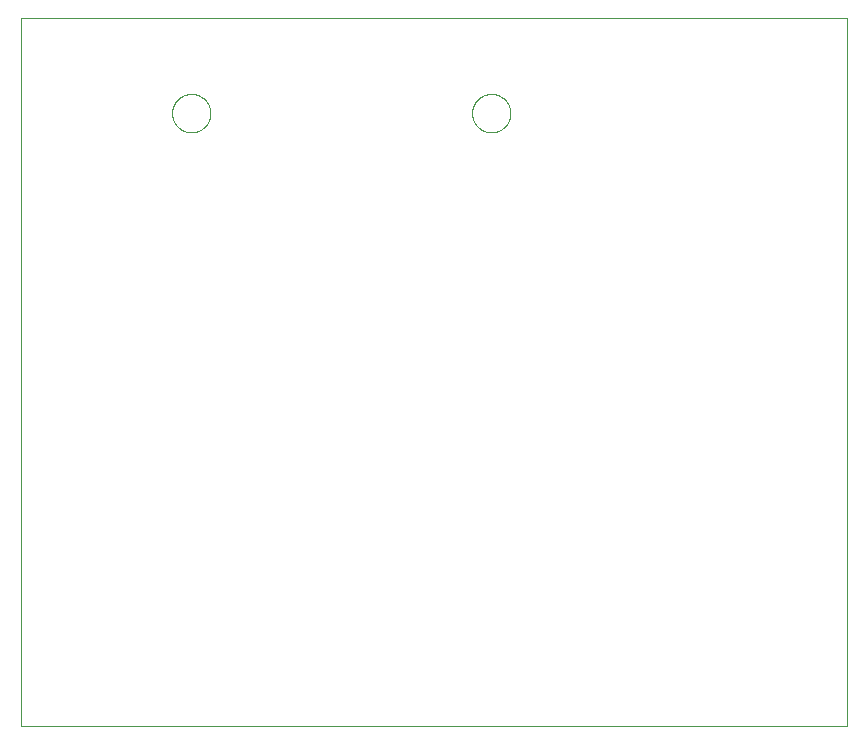
<source format=gbo>
G75*
%MOIN*%
%OFA0B0*%
%FSLAX25Y25*%
%IPPOS*%
%LPD*%
%AMOC8*
5,1,8,0,0,1.08239X$1,22.5*
%
%ADD10C,0.00000*%
D10*
X0001800Y0001800D02*
X0001800Y0238020D01*
X0277391Y0238020D01*
X0277391Y0001800D01*
X0001800Y0001800D01*
X0052270Y0206170D02*
X0052272Y0206330D01*
X0052278Y0206489D01*
X0052288Y0206648D01*
X0052302Y0206807D01*
X0052320Y0206966D01*
X0052341Y0207124D01*
X0052367Y0207281D01*
X0052397Y0207438D01*
X0052430Y0207594D01*
X0052468Y0207749D01*
X0052509Y0207903D01*
X0052554Y0208056D01*
X0052603Y0208208D01*
X0052656Y0208359D01*
X0052712Y0208508D01*
X0052773Y0208656D01*
X0052836Y0208802D01*
X0052904Y0208947D01*
X0052975Y0209090D01*
X0053049Y0209231D01*
X0053127Y0209370D01*
X0053209Y0209507D01*
X0053294Y0209642D01*
X0053382Y0209775D01*
X0053474Y0209906D01*
X0053568Y0210034D01*
X0053666Y0210160D01*
X0053767Y0210284D01*
X0053871Y0210405D01*
X0053978Y0210523D01*
X0054088Y0210639D01*
X0054201Y0210752D01*
X0054317Y0210862D01*
X0054435Y0210969D01*
X0054556Y0211073D01*
X0054680Y0211174D01*
X0054806Y0211272D01*
X0054934Y0211366D01*
X0055065Y0211458D01*
X0055198Y0211546D01*
X0055333Y0211631D01*
X0055470Y0211713D01*
X0055609Y0211791D01*
X0055750Y0211865D01*
X0055893Y0211936D01*
X0056038Y0212004D01*
X0056184Y0212067D01*
X0056332Y0212128D01*
X0056481Y0212184D01*
X0056632Y0212237D01*
X0056784Y0212286D01*
X0056937Y0212331D01*
X0057091Y0212372D01*
X0057246Y0212410D01*
X0057402Y0212443D01*
X0057559Y0212473D01*
X0057716Y0212499D01*
X0057874Y0212520D01*
X0058033Y0212538D01*
X0058192Y0212552D01*
X0058351Y0212562D01*
X0058510Y0212568D01*
X0058670Y0212570D01*
X0058830Y0212568D01*
X0058989Y0212562D01*
X0059148Y0212552D01*
X0059307Y0212538D01*
X0059466Y0212520D01*
X0059624Y0212499D01*
X0059781Y0212473D01*
X0059938Y0212443D01*
X0060094Y0212410D01*
X0060249Y0212372D01*
X0060403Y0212331D01*
X0060556Y0212286D01*
X0060708Y0212237D01*
X0060859Y0212184D01*
X0061008Y0212128D01*
X0061156Y0212067D01*
X0061302Y0212004D01*
X0061447Y0211936D01*
X0061590Y0211865D01*
X0061731Y0211791D01*
X0061870Y0211713D01*
X0062007Y0211631D01*
X0062142Y0211546D01*
X0062275Y0211458D01*
X0062406Y0211366D01*
X0062534Y0211272D01*
X0062660Y0211174D01*
X0062784Y0211073D01*
X0062905Y0210969D01*
X0063023Y0210862D01*
X0063139Y0210752D01*
X0063252Y0210639D01*
X0063362Y0210523D01*
X0063469Y0210405D01*
X0063573Y0210284D01*
X0063674Y0210160D01*
X0063772Y0210034D01*
X0063866Y0209906D01*
X0063958Y0209775D01*
X0064046Y0209642D01*
X0064131Y0209507D01*
X0064213Y0209370D01*
X0064291Y0209231D01*
X0064365Y0209090D01*
X0064436Y0208947D01*
X0064504Y0208802D01*
X0064567Y0208656D01*
X0064628Y0208508D01*
X0064684Y0208359D01*
X0064737Y0208208D01*
X0064786Y0208056D01*
X0064831Y0207903D01*
X0064872Y0207749D01*
X0064910Y0207594D01*
X0064943Y0207438D01*
X0064973Y0207281D01*
X0064999Y0207124D01*
X0065020Y0206966D01*
X0065038Y0206807D01*
X0065052Y0206648D01*
X0065062Y0206489D01*
X0065068Y0206330D01*
X0065070Y0206170D01*
X0065068Y0206010D01*
X0065062Y0205851D01*
X0065052Y0205692D01*
X0065038Y0205533D01*
X0065020Y0205374D01*
X0064999Y0205216D01*
X0064973Y0205059D01*
X0064943Y0204902D01*
X0064910Y0204746D01*
X0064872Y0204591D01*
X0064831Y0204437D01*
X0064786Y0204284D01*
X0064737Y0204132D01*
X0064684Y0203981D01*
X0064628Y0203832D01*
X0064567Y0203684D01*
X0064504Y0203538D01*
X0064436Y0203393D01*
X0064365Y0203250D01*
X0064291Y0203109D01*
X0064213Y0202970D01*
X0064131Y0202833D01*
X0064046Y0202698D01*
X0063958Y0202565D01*
X0063866Y0202434D01*
X0063772Y0202306D01*
X0063674Y0202180D01*
X0063573Y0202056D01*
X0063469Y0201935D01*
X0063362Y0201817D01*
X0063252Y0201701D01*
X0063139Y0201588D01*
X0063023Y0201478D01*
X0062905Y0201371D01*
X0062784Y0201267D01*
X0062660Y0201166D01*
X0062534Y0201068D01*
X0062406Y0200974D01*
X0062275Y0200882D01*
X0062142Y0200794D01*
X0062007Y0200709D01*
X0061870Y0200627D01*
X0061731Y0200549D01*
X0061590Y0200475D01*
X0061447Y0200404D01*
X0061302Y0200336D01*
X0061156Y0200273D01*
X0061008Y0200212D01*
X0060859Y0200156D01*
X0060708Y0200103D01*
X0060556Y0200054D01*
X0060403Y0200009D01*
X0060249Y0199968D01*
X0060094Y0199930D01*
X0059938Y0199897D01*
X0059781Y0199867D01*
X0059624Y0199841D01*
X0059466Y0199820D01*
X0059307Y0199802D01*
X0059148Y0199788D01*
X0058989Y0199778D01*
X0058830Y0199772D01*
X0058670Y0199770D01*
X0058510Y0199772D01*
X0058351Y0199778D01*
X0058192Y0199788D01*
X0058033Y0199802D01*
X0057874Y0199820D01*
X0057716Y0199841D01*
X0057559Y0199867D01*
X0057402Y0199897D01*
X0057246Y0199930D01*
X0057091Y0199968D01*
X0056937Y0200009D01*
X0056784Y0200054D01*
X0056632Y0200103D01*
X0056481Y0200156D01*
X0056332Y0200212D01*
X0056184Y0200273D01*
X0056038Y0200336D01*
X0055893Y0200404D01*
X0055750Y0200475D01*
X0055609Y0200549D01*
X0055470Y0200627D01*
X0055333Y0200709D01*
X0055198Y0200794D01*
X0055065Y0200882D01*
X0054934Y0200974D01*
X0054806Y0201068D01*
X0054680Y0201166D01*
X0054556Y0201267D01*
X0054435Y0201371D01*
X0054317Y0201478D01*
X0054201Y0201588D01*
X0054088Y0201701D01*
X0053978Y0201817D01*
X0053871Y0201935D01*
X0053767Y0202056D01*
X0053666Y0202180D01*
X0053568Y0202306D01*
X0053474Y0202434D01*
X0053382Y0202565D01*
X0053294Y0202698D01*
X0053209Y0202833D01*
X0053127Y0202970D01*
X0053049Y0203109D01*
X0052975Y0203250D01*
X0052904Y0203393D01*
X0052836Y0203538D01*
X0052773Y0203684D01*
X0052712Y0203832D01*
X0052656Y0203981D01*
X0052603Y0204132D01*
X0052554Y0204284D01*
X0052509Y0204437D01*
X0052468Y0204591D01*
X0052430Y0204746D01*
X0052397Y0204902D01*
X0052367Y0205059D01*
X0052341Y0205216D01*
X0052320Y0205374D01*
X0052302Y0205533D01*
X0052288Y0205692D01*
X0052278Y0205851D01*
X0052272Y0206010D01*
X0052270Y0206170D01*
X0152270Y0206170D02*
X0152272Y0206330D01*
X0152278Y0206489D01*
X0152288Y0206648D01*
X0152302Y0206807D01*
X0152320Y0206966D01*
X0152341Y0207124D01*
X0152367Y0207281D01*
X0152397Y0207438D01*
X0152430Y0207594D01*
X0152468Y0207749D01*
X0152509Y0207903D01*
X0152554Y0208056D01*
X0152603Y0208208D01*
X0152656Y0208359D01*
X0152712Y0208508D01*
X0152773Y0208656D01*
X0152836Y0208802D01*
X0152904Y0208947D01*
X0152975Y0209090D01*
X0153049Y0209231D01*
X0153127Y0209370D01*
X0153209Y0209507D01*
X0153294Y0209642D01*
X0153382Y0209775D01*
X0153474Y0209906D01*
X0153568Y0210034D01*
X0153666Y0210160D01*
X0153767Y0210284D01*
X0153871Y0210405D01*
X0153978Y0210523D01*
X0154088Y0210639D01*
X0154201Y0210752D01*
X0154317Y0210862D01*
X0154435Y0210969D01*
X0154556Y0211073D01*
X0154680Y0211174D01*
X0154806Y0211272D01*
X0154934Y0211366D01*
X0155065Y0211458D01*
X0155198Y0211546D01*
X0155333Y0211631D01*
X0155470Y0211713D01*
X0155609Y0211791D01*
X0155750Y0211865D01*
X0155893Y0211936D01*
X0156038Y0212004D01*
X0156184Y0212067D01*
X0156332Y0212128D01*
X0156481Y0212184D01*
X0156632Y0212237D01*
X0156784Y0212286D01*
X0156937Y0212331D01*
X0157091Y0212372D01*
X0157246Y0212410D01*
X0157402Y0212443D01*
X0157559Y0212473D01*
X0157716Y0212499D01*
X0157874Y0212520D01*
X0158033Y0212538D01*
X0158192Y0212552D01*
X0158351Y0212562D01*
X0158510Y0212568D01*
X0158670Y0212570D01*
X0158830Y0212568D01*
X0158989Y0212562D01*
X0159148Y0212552D01*
X0159307Y0212538D01*
X0159466Y0212520D01*
X0159624Y0212499D01*
X0159781Y0212473D01*
X0159938Y0212443D01*
X0160094Y0212410D01*
X0160249Y0212372D01*
X0160403Y0212331D01*
X0160556Y0212286D01*
X0160708Y0212237D01*
X0160859Y0212184D01*
X0161008Y0212128D01*
X0161156Y0212067D01*
X0161302Y0212004D01*
X0161447Y0211936D01*
X0161590Y0211865D01*
X0161731Y0211791D01*
X0161870Y0211713D01*
X0162007Y0211631D01*
X0162142Y0211546D01*
X0162275Y0211458D01*
X0162406Y0211366D01*
X0162534Y0211272D01*
X0162660Y0211174D01*
X0162784Y0211073D01*
X0162905Y0210969D01*
X0163023Y0210862D01*
X0163139Y0210752D01*
X0163252Y0210639D01*
X0163362Y0210523D01*
X0163469Y0210405D01*
X0163573Y0210284D01*
X0163674Y0210160D01*
X0163772Y0210034D01*
X0163866Y0209906D01*
X0163958Y0209775D01*
X0164046Y0209642D01*
X0164131Y0209507D01*
X0164213Y0209370D01*
X0164291Y0209231D01*
X0164365Y0209090D01*
X0164436Y0208947D01*
X0164504Y0208802D01*
X0164567Y0208656D01*
X0164628Y0208508D01*
X0164684Y0208359D01*
X0164737Y0208208D01*
X0164786Y0208056D01*
X0164831Y0207903D01*
X0164872Y0207749D01*
X0164910Y0207594D01*
X0164943Y0207438D01*
X0164973Y0207281D01*
X0164999Y0207124D01*
X0165020Y0206966D01*
X0165038Y0206807D01*
X0165052Y0206648D01*
X0165062Y0206489D01*
X0165068Y0206330D01*
X0165070Y0206170D01*
X0165068Y0206010D01*
X0165062Y0205851D01*
X0165052Y0205692D01*
X0165038Y0205533D01*
X0165020Y0205374D01*
X0164999Y0205216D01*
X0164973Y0205059D01*
X0164943Y0204902D01*
X0164910Y0204746D01*
X0164872Y0204591D01*
X0164831Y0204437D01*
X0164786Y0204284D01*
X0164737Y0204132D01*
X0164684Y0203981D01*
X0164628Y0203832D01*
X0164567Y0203684D01*
X0164504Y0203538D01*
X0164436Y0203393D01*
X0164365Y0203250D01*
X0164291Y0203109D01*
X0164213Y0202970D01*
X0164131Y0202833D01*
X0164046Y0202698D01*
X0163958Y0202565D01*
X0163866Y0202434D01*
X0163772Y0202306D01*
X0163674Y0202180D01*
X0163573Y0202056D01*
X0163469Y0201935D01*
X0163362Y0201817D01*
X0163252Y0201701D01*
X0163139Y0201588D01*
X0163023Y0201478D01*
X0162905Y0201371D01*
X0162784Y0201267D01*
X0162660Y0201166D01*
X0162534Y0201068D01*
X0162406Y0200974D01*
X0162275Y0200882D01*
X0162142Y0200794D01*
X0162007Y0200709D01*
X0161870Y0200627D01*
X0161731Y0200549D01*
X0161590Y0200475D01*
X0161447Y0200404D01*
X0161302Y0200336D01*
X0161156Y0200273D01*
X0161008Y0200212D01*
X0160859Y0200156D01*
X0160708Y0200103D01*
X0160556Y0200054D01*
X0160403Y0200009D01*
X0160249Y0199968D01*
X0160094Y0199930D01*
X0159938Y0199897D01*
X0159781Y0199867D01*
X0159624Y0199841D01*
X0159466Y0199820D01*
X0159307Y0199802D01*
X0159148Y0199788D01*
X0158989Y0199778D01*
X0158830Y0199772D01*
X0158670Y0199770D01*
X0158510Y0199772D01*
X0158351Y0199778D01*
X0158192Y0199788D01*
X0158033Y0199802D01*
X0157874Y0199820D01*
X0157716Y0199841D01*
X0157559Y0199867D01*
X0157402Y0199897D01*
X0157246Y0199930D01*
X0157091Y0199968D01*
X0156937Y0200009D01*
X0156784Y0200054D01*
X0156632Y0200103D01*
X0156481Y0200156D01*
X0156332Y0200212D01*
X0156184Y0200273D01*
X0156038Y0200336D01*
X0155893Y0200404D01*
X0155750Y0200475D01*
X0155609Y0200549D01*
X0155470Y0200627D01*
X0155333Y0200709D01*
X0155198Y0200794D01*
X0155065Y0200882D01*
X0154934Y0200974D01*
X0154806Y0201068D01*
X0154680Y0201166D01*
X0154556Y0201267D01*
X0154435Y0201371D01*
X0154317Y0201478D01*
X0154201Y0201588D01*
X0154088Y0201701D01*
X0153978Y0201817D01*
X0153871Y0201935D01*
X0153767Y0202056D01*
X0153666Y0202180D01*
X0153568Y0202306D01*
X0153474Y0202434D01*
X0153382Y0202565D01*
X0153294Y0202698D01*
X0153209Y0202833D01*
X0153127Y0202970D01*
X0153049Y0203109D01*
X0152975Y0203250D01*
X0152904Y0203393D01*
X0152836Y0203538D01*
X0152773Y0203684D01*
X0152712Y0203832D01*
X0152656Y0203981D01*
X0152603Y0204132D01*
X0152554Y0204284D01*
X0152509Y0204437D01*
X0152468Y0204591D01*
X0152430Y0204746D01*
X0152397Y0204902D01*
X0152367Y0205059D01*
X0152341Y0205216D01*
X0152320Y0205374D01*
X0152302Y0205533D01*
X0152288Y0205692D01*
X0152278Y0205851D01*
X0152272Y0206010D01*
X0152270Y0206170D01*
M02*

</source>
